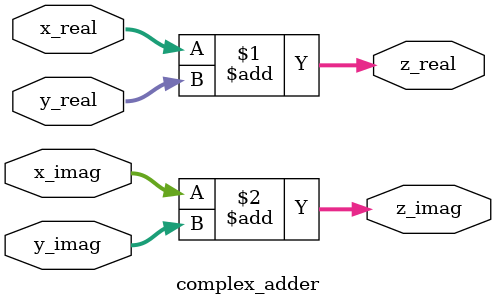
<source format=v>
module complex_adder#
	(
	parameter N = 16
	)
	(
	input signed  [N-1:0] x_real,
	input signed  [N-1:0] x_imag,
	input signed  [N-1:0] y_real,
	input signed  [N-1:0] y_imag,
	output reg signed [N-1:0] z_real,
	output reg signed [N-1:0] z_imag
	);


assign z_real = x_real+y_real;
assign z_imag = x_imag+y_imag;


endmodule

</source>
